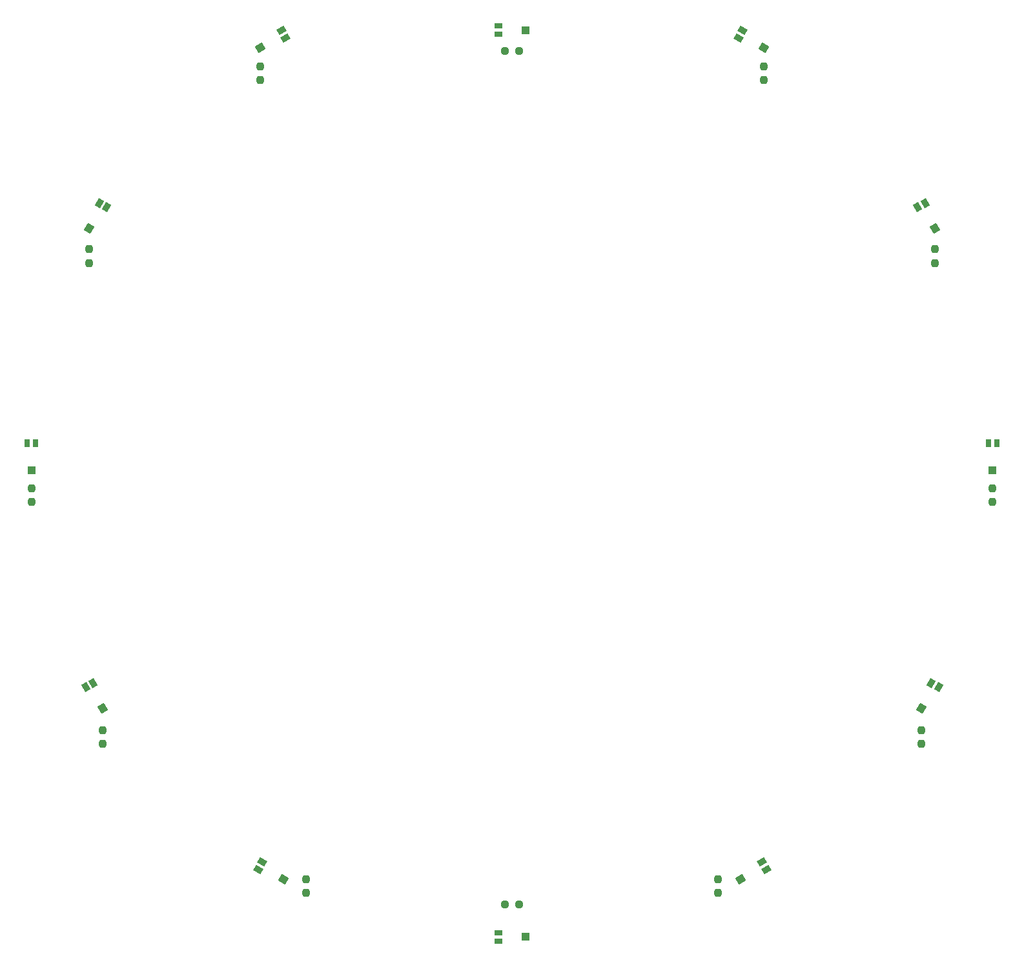
<source format=gbr>
%TF.GenerationSoftware,KiCad,Pcbnew,8.0.3*%
%TF.CreationDate,2024-06-14T01:25:08+08:00*%
%TF.ProjectId,bottom-rounded,626f7474-6f6d-42d7-926f-756e6465642e,1.2.0*%
%TF.SameCoordinates,Original*%
%TF.FileFunction,Paste,Bot*%
%TF.FilePolarity,Positive*%
%FSLAX46Y46*%
G04 Gerber Fmt 4.6, Leading zero omitted, Abs format (unit mm)*
G04 Created by KiCad (PCBNEW 8.0.3) date 2024-06-14 01:25:08*
%MOMM*%
%LPD*%
G01*
G04 APERTURE LIST*
G04 Aperture macros list*
%AMRoundRect*
0 Rectangle with rounded corners*
0 $1 Rounding radius*
0 $2 $3 $4 $5 $6 $7 $8 $9 X,Y pos of 4 corners*
0 Add a 4 corners polygon primitive as box body*
4,1,4,$2,$3,$4,$5,$6,$7,$8,$9,$2,$3,0*
0 Add four circle primitives for the rounded corners*
1,1,$1+$1,$2,$3*
1,1,$1+$1,$4,$5*
1,1,$1+$1,$6,$7*
1,1,$1+$1,$8,$9*
0 Add four rect primitives between the rounded corners*
20,1,$1+$1,$2,$3,$4,$5,0*
20,1,$1+$1,$4,$5,$6,$7,0*
20,1,$1+$1,$6,$7,$8,$9,0*
20,1,$1+$1,$8,$9,$2,$3,0*%
%AMRotRect*
0 Rectangle, with rotation*
0 The origin of the aperture is its center*
0 $1 length*
0 $2 width*
0 $3 Rotation angle, in degrees counterclockwise*
0 Add horizontal line*
21,1,$1,$2,0,0,$3*%
G04 Aperture macros list end*
%ADD10R,0.800000X1.100000*%
%ADD11R,1.000000X1.100000*%
%ADD12RotRect,1.100000X0.800000X210.000000*%
%ADD13RotRect,1.100000X1.000000X210.000000*%
%ADD14RotRect,1.100000X0.800000X240.000000*%
%ADD15RotRect,1.100000X1.000000X240.000000*%
%ADD16RotRect,1.100000X0.800000X300.000000*%
%ADD17RotRect,1.100000X1.000000X300.000000*%
%ADD18RoundRect,0.237500X-0.250000X-0.237500X0.250000X-0.237500X0.250000X0.237500X-0.250000X0.237500X0*%
%ADD19RoundRect,0.237500X0.237500X-0.250000X0.237500X0.250000X-0.237500X0.250000X-0.237500X-0.250000X0*%
%ADD20R,1.100000X0.800000*%
%ADD21R,1.100000X1.000000*%
%ADD22RoundRect,0.237500X-0.237500X0.250000X-0.237500X-0.250000X0.237500X-0.250000X0.237500X0.250000X0*%
%ADD23RotRect,1.100000X0.800000X330.000000*%
%ADD24RotRect,1.100000X1.000000X330.000000*%
G04 APERTURE END LIST*
D10*
%TO.C,L10*%
X37550000Y-98225000D03*
X36450000Y-98225000D03*
D11*
X37000000Y-101775000D03*
%TD*%
D12*
%TO.C,L6*%
X133312195Y-154148814D03*
X132762195Y-153196186D03*
D13*
X129962805Y-155447500D03*
%TD*%
D14*
%TO.C,L11*%
X46803814Y-67237805D03*
X45851186Y-66687805D03*
D15*
X44552500Y-70037195D03*
%TD*%
D16*
%TO.C,L9*%
X45028814Y-129687805D03*
X44076186Y-130237805D03*
D17*
X46327500Y-133037195D03*
%TD*%
D18*
%TO.C,R1*%
X99087500Y-46736000D03*
X100912500Y-46736000D03*
%TD*%
%TO.C,R7*%
X99087500Y-158750000D03*
X100912500Y-158750000D03*
%TD*%
D19*
%TO.C,R5*%
X153670000Y-137715000D03*
X153672500Y-135890000D03*
%TD*%
D12*
%TO.C,L12*%
X70312195Y-45028814D03*
X69762195Y-44076186D03*
D13*
X66962805Y-46327500D03*
%TD*%
D19*
%TO.C,R3*%
X155447500Y-74572500D03*
X155447500Y-72747500D03*
%TD*%
D20*
%TO.C,L7*%
X98225000Y-162450000D03*
X98225000Y-163550000D03*
D21*
X101775000Y-163000000D03*
%TD*%
D19*
%TO.C,R10*%
X37000000Y-105965000D03*
X37000000Y-104140000D03*
%TD*%
%TO.C,R2*%
X133037195Y-50593000D03*
X133037195Y-48768000D03*
%TD*%
%TO.C,R12*%
X66962805Y-50593000D03*
X66962805Y-48768000D03*
%TD*%
D14*
%TO.C,L5*%
X155923814Y-130237805D03*
X154971186Y-129687805D03*
D15*
X153672500Y-133037195D03*
%TD*%
D22*
%TO.C,R8*%
X73000000Y-155447500D03*
X73000000Y-157272500D03*
%TD*%
D19*
%TO.C,R11*%
X44552500Y-74572500D03*
X44552500Y-72747500D03*
%TD*%
D16*
%TO.C,L3*%
X154148814Y-66687805D03*
X153196186Y-67237805D03*
D17*
X155447500Y-70037195D03*
%TD*%
D19*
%TO.C,R9*%
X46330000Y-137715000D03*
X46330000Y-135890000D03*
%TD*%
D20*
%TO.C,L1*%
X98225000Y-43450000D03*
X98225000Y-44550000D03*
D21*
X101775000Y-44000000D03*
%TD*%
D22*
%TO.C,R6*%
X127000000Y-155447500D03*
X127000000Y-157272500D03*
%TD*%
D10*
%TO.C,L4*%
X163550000Y-98225000D03*
X162450000Y-98225000D03*
D11*
X163000000Y-101775000D03*
%TD*%
D23*
%TO.C,L8*%
X67237805Y-153196186D03*
X66687805Y-154148814D03*
D24*
X70037195Y-155447500D03*
%TD*%
D19*
%TO.C,R4*%
X163000000Y-105965000D03*
X163000000Y-104140000D03*
%TD*%
D23*
%TO.C,L2*%
X130237805Y-44076186D03*
X129687805Y-45028814D03*
D24*
X133037195Y-46327500D03*
%TD*%
M02*

</source>
